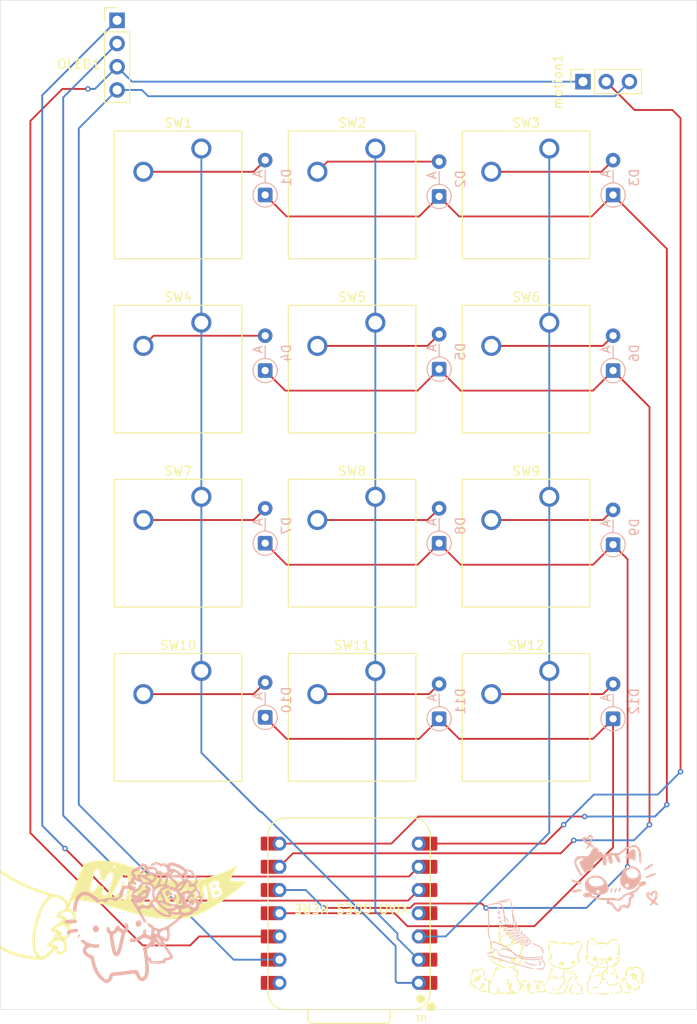
<source format=kicad_pcb>
(kicad_pcb (version 20241229) (generator "pcbnew") (generator_version "9.0")
  (layers (0 "F.Cu" signal) (2 "B.Cu" signal) (13 "F.Paste" user) (15 "B.Paste" user) (5 "F.SilkS" user "F.Silkscreen") (7 "B.SilkS" user "B.Silkscreen") (1 "F.Mask" user) (3 "B.Mask" user) (25 "Edge.Cuts" user))
  (net 0 "")
  (net 1 "Net-(D1-A)")
  (net 2 "column 0")
  (net 3 "column 1")
  (net 4 "Net-(D2-A)")
  (net 5 "column 2")
  (net 6 "Net-(D3-A)")
  (net 7 "Net-(D4-A)")
  (net 8 "Net-(D5-A)")
  (net 9 "Net-(D6-A)")
  (net 10 "Net-(D7-A)")
  (net 11 "Net-(D8-A)")
  (net 12 "Net-(D9-A)")
  (net 13 "Net-(D10-A)")
  (net 14 "Net-(D11-A)")
  (net 15 "Net-(D12-A)")
  (net 16 "row 2")
  (net 17 "row 3")
  (net 18 "row 1")
  (net 19 "row 0")
  (net 21 "GND")
  (net 22 "+3.3V")
  (net 23 "Net-(U1-GPIO21{slash}D6{slash}TX)")
  (net 24 "SCL")
  (net 25 "SDA")
  (footprint "Button_Switch_Keyboard:SW_Cherry_MX_1.00u_PCB" (layer "F.Cu") (at 112.0775 52.07)
    (property "Reference" "SW5" (at -2.54 -2.794 0) (layer "F.SilkS"))
    (property "Value" "SW_Push")
    (pad "" np_thru_hole circle (at -7.62 5.08) (size 1.7 1.7) (drill 1.7) (layers "*.Cu" "*.Mask"))
    (pad "" np_thru_hole circle (at -2.54 5.08) (size 4 4) (drill 4) (layers "*.Cu" "*.Mask"))
    (pad "" np_thru_hole circle (at 2.54 5.08) (size 1.7 1.7) (drill 1.7) (layers "*.Cu" "*.Mask"))
    (pad "1" thru_hole circle (at 0 0) (size 2.2 2.2) (drill 1.5) (layers "*.Cu" "*.Mask") (net 3 "column 1"))
    (pad "2" thru_hole circle (at -6.35 2.54) (size 2.2 2.2) (drill 1.5) (layers "*.Cu" "*.Mask") (net 8 "Net-(D5-A)"))
  )
  (footprint "Button_Switch_Keyboard:SW_Cherry_MX_1.00u_PCB" (layer "F.Cu") (at 131.1275 90.17)
    (property "Reference" "SW12" (at -2.54 -2.794 0) (layer "F.SilkS"))
    (property "Value" "SW_Push")
    (pad "" np_thru_hole circle (at -7.62 5.08) (size 1.7 1.7) (drill 1.7) (layers "*.Cu" "*.Mask"))
    (pad "" np_thru_hole circle (at -2.54 5.08) (size 4 4) (drill 4) (layers "*.Cu" "*.Mask"))
    (pad "" np_thru_hole circle (at 2.54 5.08) (size 1.7 1.7) (drill 1.7) (layers "*.Cu" "*.Mask"))
    (pad "1" thru_hole circle (at 0 0) (size 2.2 2.2) (drill 1.5) (layers "*.Cu" "*.Mask") (net 5 "column 2"))
    (pad "2" thru_hole circle (at -6.35 2.54) (size 2.2 2.2) (drill 1.5) (layers "*.Cu" "*.Mask") (net 15 "Net-(D12-A)"))
  )
  (footprint "Connector_PinSocket_2.54mm:PinSocket_1x03_P2.54mm_Vertical" (layer "F.Cu") (at 134.82 25.7 90)
    (property "Reference" "motion1" (at 0 -2.77 90) (layer "F.SilkS"))
    (property "Value" "Conn_01x03_Socket")
    (pad "1" thru_hole rect (at 0 0 90) (size 1.7 1.7) (drill 1) (layers "*.Cu" "*.Mask") (net 22 "+3.3V"))
    (pad "2" thru_hole circle (at 0 2.54 90) (size 1.7 1.7) (drill 1) (layers "*.Cu" "*.Mask") (net 23 "Net-(U1-GPIO21{slash}D6{slash}TX)"))
    (pad "3" thru_hole circle (at 0 5.08 90) (size 1.7 1.7) (drill 1) (layers "*.Cu" "*.Mask") (net 21 "GND"))
  )
  (footprint "Button_Switch_Keyboard:SW_Cherry_MX_1.00u_PCB" (layer "F.Cu") (at 93.0275 90.17)
    (property "Reference" "SW10" (at -2.54 -2.794 0) (layer "F.SilkS"))
    (property "Value" "SW_Push")
    (pad "" np_thru_hole circle (at -7.62 5.08) (size 1.7 1.7) (drill 1.7) (layers "*.Cu" "*.Mask"))
    (pad "" np_thru_hole circle (at -2.54 5.08) (size 4 4) (drill 4) (layers "*.Cu" "*.Mask"))
    (pad "" np_thru_hole circle (at 2.54 5.08) (size 1.7 1.7) (drill 1.7) (layers "*.Cu" "*.Mask"))
    (pad "1" thru_hole circle (at 0 0) (size 2.2 2.2) (drill 1.5) (layers "*.Cu" "*.Mask") (net 2 "column 0"))
    (pad "2" thru_hole circle (at -6.35 2.54) (size 2.2 2.2) (drill 1.5) (layers "*.Cu" "*.Mask") (net 13 "Net-(D10-A)"))
  )
  (footprint "Button_Switch_Keyboard:SW_Cherry_MX_1.00u_PCB" (layer "F.Cu") (at 131.1275 52.07)
    (property "Reference" "SW6" (at -2.54 -2.794 0) (layer "F.SilkS"))
    (property "Value" "SW_Push")
    (pad "" np_thru_hole circle (at -7.62 5.08) (size 1.7 1.7) (drill 1.7) (layers "*.Cu" "*.Mask"))
    (pad "" np_thru_hole circle (at -2.54 5.08) (size 4 4) (drill 4) (layers "*.Cu" "*.Mask"))
    (pad "" np_thru_hole circle (at 2.54 5.08) (size 1.7 1.7) (drill 1.7) (layers "*.Cu" "*.Mask"))
    (pad "1" thru_hole circle (at 0 0) (size 2.2 2.2) (drill 1.5) (layers "*.Cu" "*.Mask") (net 5 "column 2"))
    (pad "2" thru_hole circle (at -6.35 2.54) (size 2.2 2.2) (drill 1.5) (layers "*.Cu" "*.Mask") (net 9 "Net-(D6-A)"))
  )
  (footprint "LOGO" (layer "F.Cu") (at 84.5 116.3)
    (property "Reference" "G***" (hide yes))
    (property "Value" "LOGO" (hide yes))
  )
  (footprint "Button_Switch_Keyboard:SW_Cherry_MX_1.00u_PCB" (layer "F.Cu") (at 112.0775 33.02)
    (property "Reference" "SW2" (at -2.54 -2.794 0) (layer "F.SilkS"))
    (property "Value" "SW_Push")
    (pad "" np_thru_hole circle (at -7.62 5.08) (size 1.7 1.7) (drill 1.7) (layers "*.Cu" "*.Mask"))
    (pad "" np_thru_hole circle (at -2.54 5.08) (size 4 4) (drill 4) (layers "*.Cu" "*.Mask"))
    (pad "" np_thru_hole circle (at 2.54 5.08) (size 1.7 1.7) (drill 1.7) (layers "*.Cu" "*.Mask"))
    (pad "1" thru_hole circle (at 0 0) (size 2.2 2.2) (drill 1.5) (layers "*.Cu" "*.Mask") (net 3 "column 1"))
    (pad "2" thru_hole circle (at -6.35 2.54) (size 2.2 2.2) (drill 1.5) (layers "*.Cu" "*.Mask") (net 4 "Net-(D2-A)"))
  )
  (footprint "Button_Switch_Keyboard:SW_Cherry_MX_1.00u_PCB" (layer "F.Cu") (at 93.0275 52.07)
    (property "Reference" "SW4" (at -2.54 -2.794 0) (layer "F.SilkS"))
    (property "Value" "SW_Push")
    (pad "" np_thru_hole circle (at -7.62 5.08) (size 1.7 1.7) (drill 1.7) (layers "*.Cu" "*.Mask"))
    (pad "" np_thru_hole circle (at -2.54 5.08) (size 4 4) (drill 4) (layers "*.Cu" "*.Mask"))
    (pad "" np_thru_hole circle (at 2.54 5.08) (size 1.7 1.7) (drill 1.7) (layers "*.Cu" "*.Mask"))
    (pad "1" thru_hole circle (at 0 0) (size 2.2 2.2) (drill 1.5) (layers "*.Cu" "*.Mask") (net 2 "column 0"))
    (pad "2" thru_hole circle (at -6.35 2.54) (size 2.2 2.2) (drill 1.5) (layers "*.Cu" "*.Mask") (net 7 "Net-(D4-A)"))
  )
  (footprint "LOGO" (layer "F.Cu") (at 131.9 122.4)
    (property "Reference" "G***" (hide yes))
    (property "Value" "LOGO" (hide yes))
  )
  (footprint "Button_Switch_Keyboard:SW_Cherry_MX_1.00u_PCB" (layer "F.Cu") (at 131.1275 71.12)
    (property "Reference" "SW9" (at -2.54 -2.794 0) (layer "F.SilkS"))
    (property "Value" "SW_Push")
    (pad "" np_thru_hole circle (at -7.62 5.08) (size 1.7 1.7) (drill 1.7) (layers "*.Cu" "*.Mask"))
    (pad "" np_thru_hole circle (at -2.54 5.08) (size 4 4) (drill 4) (layers "*.Cu" "*.Mask"))
    (pad "" np_thru_hole circle (at 2.54 5.08) (size 1.7 1.7) (drill 1.7) (layers "*.Cu" "*.Mask"))
    (pad "1" thru_hole circle (at 0 0) (size 2.2 2.2) (drill 1.5) (layers "*.Cu" "*.Mask") (net 5 "column 2"))
    (pad "2" thru_hole circle (at -6.35 2.54) (size 2.2 2.2) (drill 1.5) (layers "*.Cu" "*.Mask") (net 12 "Net-(D9-A)"))
  )
  (footprint "Button_Switch_Keyboard:SW_Cherry_MX_1.00u_PCB" (layer "F.Cu") (at 93.0275 33.02)
    (property "Reference" "SW1" (at -2.54 -2.794 0) (layer "F.SilkS"))
    (property "Value" "SW_Push")
    (pad "" np_thru_hole circle (at -7.62 5.08) (size 1.7 1.7) (drill 1.7) (layers "*.Cu" "*.Mask"))
    (pad "" np_thru_hole circle (at -2.54 5.08) (size 4 4) (drill 4) (layers "*.Cu" "*.Mask"))
    (pad "" np_thru_hole circle (at 2.54 5.08) (size 1.7 1.7) (drill 1.7) (layers "*.Cu" "*.Mask"))
    (pad "1" thru_hole circle (at 0 0) (size 2.2 2.2) (drill 1.5) (layers "*.Cu" "*.Mask") (net 2 "column 0"))
    (pad "2" thru_hole circle (at -6.35 2.54) (size 2.2 2.2) (drill 1.5) (layers "*.Cu" "*.Mask") (net 1 "Net-(D1-A)"))
  )
  (footprint "Button_Switch_Keyboard:SW_Cherry_MX_1.00u_PCB" (layer "F.Cu") (at 93.0275 71.12)
    (property "Reference" "SW7" (at -2.54 -2.794 0) (layer "F.SilkS"))
    (property "Value" "SW_Push")
    (pad "" np_thru_hole circle (at -7.62 5.08) (size 1.7 1.7) (drill 1.7) (layers "*.Cu" "*.Mask"))
    (pad "" np_thru_hole circle (at -2.54 5.08) (size 4 4) (drill 4) (layers "*.Cu" "*.Mask"))
    (pad "" np_thru_hole circle (at 2.54 5.08) (size 1.7 1.7) (drill 1.7) (layers "*.Cu" "*.Mask"))
    (pad "1" thru_hole circle (at 0 0) (size 2.2 2.2) (drill 1.5) (layers "*.Cu" "*.Mask") (net 2 "column 0"))
    (pad "2" thru_hole circle (at -6.35 2.54) (size 2.2 2.2) (drill 1.5) (layers "*.Cu" "*.Mask") (net 10 "Net-(D7-A)"))
  )
  (footprint "Button_Switch_Keyboard:SW_Cherry_MX_1.00u_PCB" (layer "F.Cu") (at 131.1275 33.02)
    (property "Reference" "SW3" (at -2.54 -2.794 0) (layer "F.SilkS"))
    (property "Value" "SW_Push")
    (pad "" np_thru_hole circle (at -7.62 5.08) (size 1.7 1.7) (drill 1.7) (layers "*.Cu" "*.Mask"))
    (pad "" np_thru_hole circle (at -2.54 5.08) (size 4 4) (drill 4) (layers "*.Cu" "*.Mask"))
    (pad "" np_thru_hole circle (at 2.54 5.08) (size 1.7 1.7) (drill 1.7) (layers "*.Cu" "*.Mask"))
    (pad "1" thru_hole circle (at 0 0) (size 2.2 2.2) (drill 1.5) (layers "*.Cu" "*.Mask") (net 5 "column 2"))
    (pad "2" thru_hole circle (at -6.35 2.54) (size 2.2 2.2) (drill 1.5) (layers "*.Cu" "*.Mask") (net 6 "Net-(D3-A)"))
  )
  (footprint "Button_Switch_Keyboard:SW_Cherry_MX_1.00u_PCB" (layer "F.Cu") (at 112.0775 71.12)
    (property "Reference" "SW8" (at -2.54 -2.794 0) (layer "F.SilkS"))
    (property "Value" "SW_Push")
    (pad "" np_thru_hole circle (at -7.62 5.08) (size 1.7 1.7) (drill 1.7) (layers "*.Cu" "*.Mask"))
    (pad "" np_thru_hole circle (at -2.54 5.08) (size 4 4) (drill 4) (layers "*.Cu" "*.Mask"))
    (pad "" np_thru_hole circle (at 2.54 5.08) (size 1.7 1.7) (drill 1.7) (layers "*.Cu" "*.Mask"))
    (pad "1" thru_hole circle (at 0 0) (size 2.2 2.2) (drill 1.5) (layers "*.Cu" "*.Mask") (net 3 "column 1"))
    (pad "2" thru_hole circle (at -6.35 2.54) (size 2.2 2.2) (drill 1.5) (layers "*.Cu" "*.Mask") (net 11 "Net-(D8-A)"))
  )
  (footprint "Seeed Studio XIAO Series Library:XIAO-ESP32C3-DIP" (layer "F.Cu") (at 109.08 116.6815 180)
    (property "Reference" "U1" (at -8 -11.5 180) (layer "F.SilkS") (effects (font (size 0.635 0.635) (thickness 0.1016))))
    (property "Value" "XIAO-ESP32-C3-DIP")
    (pad "1" smd roundrect (at -8.575 -7.62) (size 2.432 1.524) (layers "F.Cu" "F.Mask") (roundrect_rratio 0.1) (net 2 "column 0"))
    (pad "1" thru_hole circle (at -7.74 -7.62) (size 1.524 1.524) (drill 0.889) (layers "*.Cu" "*.Mask") (net 2 "column 0"))
    (pad "2" smd roundrect (at -8.575 -5.08) (size 2.432 1.524) (layers "F.Cu" "F.Mask") (roundrect_rratio 0.1) (net 3 "column 1"))
    (pad "2" thru_hole circle (at -7.74 -5.08) (size 1.524 1.524) (drill 0.889) (layers "*.Cu" "*.Mask") (net 3 "column 1"))
    (pad "3" smd roundrect (at -8.575 -2.54) (size 2.432 1.524) (layers "F.Cu" "F.Mask") (roundrect_rratio 0.1) (net 5 "column 2"))
    (pad "3" thru_hole circle (at -7.74 -2.54) (size 1.524 1.524) (drill 0.889) (layers "*.Cu" "*.Mask") (net 5 "column 2"))
    (pad "4" smd roundrect (at -8.575 0) (size 2.432 1.524) (layers "F.Cu" "F.Mask") (roundrect_rratio 0.1))
    (pad "4" thru_hole circle (at -7.74 0) (size 1.524 1.524) (drill 0.889) (layers "*.Cu" "*.Mask"))
    (pad "5" smd roundrect (at -8.575 2.54) (size 2.432 1.524) (layers "F.Cu" "F.Mask") (roundrect_rratio 0.1) (net 25 "SDA"))
    (pad "5" thru_hole circle (at -7.74 2.54) (size 1.524 1.524) (drill 0.889) (layers "*.Cu" "*.Mask") (net 25 "SDA"))
    (pad "6" smd roundrect (at -8.575 5.08) (size 2.432 1.524) (layers "F.Cu" "F.Mask") (roundrect_rratio 0.1) (net 24 "SCL"))
    (pad "6" thru_hole circle (at -7.74 5.08) (size 1.524 1.524) (drill 0.889) (layers "*.Cu" "*.Mask") (net 24 "SCL"))
    (pad "7" smd roundrect (at -8.575 7.62) (size 2.432 1.524) (layers "F.Cu" "F.Mask") (roundrect_rratio 0.1) (net 23 "Net-(U1-GPIO21{slash}D6{slash}TX)"))
    (pad "7" thru_hole circle (at -7.74 7.62) (size 1.524 1.524) (drill 0.889) (layers "*.Cu" "*.Mask") (net 23 "Net-(U1-GPIO21{slash}D6{slash}TX)"))
    (pad "8" thru_hole circle (at 7.5 7.62 180) (size 1.524 1.524) (drill 0.889) (layers "*.Cu" "*.Mask") (net 19 "row 0"))
    (pad "8" smd roundrect (at 8.335 7.62 180) (size 2.432 1.524) (layers "F.Cu" "F.Mask") (roundrect_rratio 0.1) (net 19 "row 0"))
    (pad "9" thru_hole circle (at 7.5 5.08 180) (size 1.524 1.524) (drill 0.889) (layers "*.Cu" "*.Mask") (net 18 "row 1"))
    (pad "9" smd roundrect (at 8.335 5.08 180) (size 2.432 1.524) (layers "F.Cu" "F.Mask") (roundrect_rratio 0.1) (net 18 "row 1"))
    (pad "10" thru_hole circle (at 7.5 2.54 180) (size 1.524 1.524) (drill 0.889) (layers "*.Cu" "*.Mask") (net 16 "row 2"))
    (pad "10" smd roundrect (at 8.335 2.54 180) (size 2.432 1.524) (layers "F.Cu" "F.Mask") (roundrect_rratio 0.1) (net 16 "row 2"))
    (pad "11" thru_hole circle (at 7.5 0 180) (size 1.524 1.524) (drill 0.889) (layers "*.Cu" "*.Mask") (net 17 "row 3"))
    (pad "11" smd roundrect (at 8.335 0 180) (size 2.432 1.524) (layers "F.Cu" "F.Mask") (roundrect_rratio 0.1) (net 17 "row 3"))
    (pad "12" thru_hole circle (at 7.5 -2.54 180) (size 1.524 1.524) (drill 0.889) (layers "*.Cu" "*.Mask") (net 22 "+3.3V"))
    (pad "12" smd roundrect (at 8.335 -2.54 180) (size 2.432 1.524) (layers "F.Cu" "F.Mask") (roundrect_rratio 0.1) (net 22 "+3.3V"))
    (pad "13" thru_hole circle (at 7.5 -5.08 180) (size 1.524 1.524) (drill 0.889) (layers "*.Cu" "*.Mask") (net 21 "GND"))
    (pad "13" smd roundrect (at 8.335 -5.08 180) (size 2.432 1.524) (layers "F.Cu" "F.Mask") (roundrect_rratio 0.1) (net 21 "GND"))
    (pad "14" thru_hole circle (at 7.5 -7.62 180) (size 1.524 1.524) (drill 0.889) (layers "*.Cu" "*.Mask"))
    (pad "14" smd roundrect (at 8.335 -7.62 180) (size 2.432 1.524) (layers "F.Cu" "F.Mask") (roundrect_rratio 0.1))
  )
  (footprint "Button_Switch_Keyboard:SW_Cherry_MX_1.00u_PCB" (layer "F.Cu") (at 112.0775 90.17)
    (property "Reference" "SW11" (at -2.54 -2.794 0) (layer "F.SilkS"))
    (property "Value" "SW_Push")
    (pad "" np_thru_hole circle (at -7.62 5.08) (size 1.7 1.7) (drill 1.7) (layers "*.Cu" "*.Mask"))
    (pad "" np_thru_hole circle (at -2.54 5.08) (size 4 4) (drill 4) (layers "*.Cu" "*.Mask"))
    (pad "" np_thru_hole circle (at 2.54 5.08) (size 1.7 1.7) (drill 1.7) (layers "*.Cu" "*.Mask"))
    (pad "1" thru_hole circle (at 0 0) (size 2.2 2.2) (drill 1.5) (layers "*.Cu" "*.Mask") (net 3 "column 1"))
    (pad "2" thru_hole circle (at -6.35 2.54) (size 2.2 2.2) (drill 1.5) (layers "*.Cu" "*.Mask") (net 14 "Net-(D11-A)"))
  )
  (footprint "Connector_PinHeader_2.54mm:PinHeader_1x04_P2.54mm_Vertical" (layer "F.Cu") (at 83.8 18.99)
    (property "Reference" "OLED1" (at -4.2 4.81 0) (layer "F.SilkS"))
    (property "Value" "Conn_01x04_Pin")
    (pad "1" thru_hole rect (at 0 0) (size 1.7 1.7) (drill 1) (layers "*.Cu" "*.Mask") (net 25 "SDA"))
    (pad "2" thru_hole circle (at 0 2.54) (size 1.7 1.7) (drill 1) (layers "*.Cu" "*.Mask") (net 24 "SCL"))
    (pad "3" thru_hole circle (at 0 5.08) (size 1.7 1.7) (drill 1) (layers "*.Cu" "*.Mask") (net 22 "+3.3V"))
    (pad "4" thru_hole circle (at 0 7.62) (size 1.7 1.7) (drill 1) (layers "*.Cu" "*.Mask") (net 21 "GND"))
  )
  (footprint "Diode_THT:D_DO-35_SOD27_P3.81mm_Vertical_AnodeUp" (layer "B.Cu") (at 119.0625 76.2 90)
    (property "Reference" "D8" (at 1.905 2.326371 270) (layer "B.SilkS") (effects (justify mirror)))
    (property "Value" "D_Small")
    (fp_text user "A" (at 2.31 -0.8 270) (layer "B.SilkS") (effects (justify mirror)))
    (pad "1" thru_hole roundrect (at 0 0 90) (size 1.6 1.6) (drill 0.8) (layers "*.Cu" "*.Mask") (roundrect_rratio 0.15625) (net 16 "row 2"))
    (pad "2" thru_hole circle (at 3.81 0 90) (size 1.6 1.6) (drill 0.8) (layers "*.Cu" "*.Mask") (net 11 "Net-(D8-A)"))
  )
  (footprint "LOGO" (layer "B.Cu") (at 138.5 112.5 180)
    (property "Reference" "G***" (hide yes))
    (property "Value" "LOGO" (hide yes))
  )
  (footprint "Diode_THT:D_DO-35_SOD27_P3.81mm_Vertical_AnodeUp" (layer "B.Cu") (at 138.1125 38.1 90)
    (property "Reference" "D3" (at 1.905 2.326371 270) (layer "B.SilkS") (effects (justify mirror)))
    (property "Value" "D_Small")
    (fp_text user "A" (at 2.31 -0.8 270) (layer "B.SilkS") (effects (justify mirror)))
    (pad "1" thru_hole roundrect (at 0 0 90) (size 1.6 1.6) (drill 0.8) (layers "*.Cu" "*.Mask") (roundrect_rratio 0.15625) (net 19 "row 0"))
    (pad "2" thru_hole circle (at 3.81 0 90) (size 1.6 1.6) (drill 0.8) (layers "*.Cu" "*.Mask") (net 6 "Net-(D3-A)"))
  )
  (footprint "Diode_THT:D_DO-35_SOD27_P3.81mm_Vertical_AnodeUp" (layer "B.Cu") (at 100.0125 38.1 90)
    (property "Reference" "D1" (at 1.905 2.326371 270) (layer "B.SilkS") (effects (justify mirror)))
    (property "Value" "D_Small")
    (fp_text user "A" (at 2.31 -0.8 270) (layer "B.SilkS") (effects (justify mirror)))
    (pad "1" thru_hole roundrect (at 0 0 90) (size 1.6 1.6) (drill 0.8) (layers "*.Cu" "*.Mask") (roundrect_rratio 0.15625) (net 19 "row 0"))
    (pad "2" thru_hole circle (at 3.81 0 90) (size 1.6 1.6) (drill 0.8) (layers "*.Cu" "*.Mask") (net 1 "Net-(D1-A)"))
  )
  (footprint "Diode_THT:D_DO-35_SOD27_P3.81mm_Vertical_AnodeUp" (layer "B.Cu") (at 138.1125 57.30875 90)
    (property "Reference" "D6" (at 1.905 2.326371 270) (layer "B.SilkS") (effects (justify mirror)))
    (property "Value" "D_Small")
    (fp_text user "A" (at 2.31 -0.8 270) (layer "B.SilkS") (effects (justify mirror)))
    (pad "1" thru_hole roundrect (at 0 0 90) (size 1.6 1.6) (drill 0.8) (layers "*.Cu" "*.Mask") (roundrect_rratio 0.15625) (net 18 "row 1"))
    (pad "2" thru_hole circle (at 3.81 0 90) (size 1.6 1.6) (drill 0.8) (layers "*.Cu" "*.Mask") (net 9 "Net-(D6-A)"))
  )
  (footprint "Diode_THT:D_DO-35_SOD27_P3.81mm_Vertical_AnodeUp" (layer "B.Cu") (at 100.0125 57.30875 90)
    (property "Reference" "D4" (at 1.905 2.326371 270) (layer "B.SilkS") (effects (justify mirror)))
    (property "Value" "D_Small")
    (fp_text user "A" (at 2.31 -0.8 270) (layer "B.SilkS") (effects (justify mirror)))
    (pad "1" thru_hole roundrect (at 0 0 90) (size 1.6 1.6) (drill 0.8) (layers "*.Cu" "*.Mask") (roundrect_rratio 0.15625) (net 18 "row 1"))
    (pad "2" thru_hole circle (at 3.81 0 90) (size 1.6 1.6) (drill 0.8) (layers "*.Cu" "*.Mask") (net 7 "Net-(D4-A)"))
  )
  (footprint "LOGO" (layer "B.Cu") (at 127.5 119 180)
    (property "Reference" "G***" (hide yes))
    (property "Value" "LOGO" (hide yes))
  )
  (footprint "Diode_THT:D_DO-35_SOD27_P3.81mm_Vertical_AnodeUp" (layer "B.Cu") (at 119.0625 38.25875 90)
    (property "Reference" "D2" (at 1.905 2.326371 270) (layer "B.SilkS") (effects (justify mirror)))
    (property "Value" "D_Small")
    (fp_text user "A" (at 2.31 -0.8 270) (layer "B.SilkS") (effects (justify mirror)))
    (pad "1" thru_hole roundrect (at 0 0 90) (size 1.6 1.6) (drill 0.8) (layers "*.Cu" "*.Mask") (roundrect_rratio 0.15625) (net 19 "row 0"))
    (pad "2" thru_hole circle (at 3.81 0 90) (size 1.6 1.6) (drill 0.8) (layers "*.Cu" "*.Mask") (net 4 "Net-(D2-A)"))
  )
  (footprint "LOGO" (layer "B.Cu") (at 85.29983 116.668751 180)
    (property "Reference" "G***" (hide yes))
    (property "Value" "LOGO" (hide yes))
  )
  (footprint "Diode_THT:D_DO-35_SOD27_P3.81mm_Vertical_AnodeUp" (layer "B.Cu") (at 100.0125 76.2 90)
    (property "Reference" "D7" (at 1.905 2.326371 270) (layer "B.SilkS") (effects (justify mirror)))
    (property "Value" "D_Small")
    (fp_text user "A" (at 2.31 -0.8 270) (layer "B.SilkS") (effects (justify mirror)))
    (pad "1" thru_hole roundrect (at 0 0 90) (size 1.6 1.6) (drill 0.8) (layers "*.Cu" "*.Mask") (roundrect_rratio 0.15625) (net 16 "row 2"))
    (pad "2" thru_hole circle (at 3.81 0 90) (size 1.6 1.6) (drill 0.8) (layers "*.Cu" "*.Mask") (net 10 "Net-(D7-A)"))
  )
  (footprint "Diode_THT:D_DO-35_SOD27_P3.81mm_Vertical_AnodeUp" (layer "B.Cu") (at 100.0125 95.25 90)
    (property "Reference" "D10" (at 1.905 2.326371 270) (layer "B.SilkS") (effects (justify mirror)))
    (property "Value" "D_Small")
    (fp_text user "A" (at 2.31 -0.8 270) (layer "B.SilkS") (effects (justify mirror)))
    (pad "1" thru_hole roundrect (at 0 0 90) (size 1.6 1.6) (drill 0.8) (layers "*.Cu" "*.Mask") (roundrect_rratio 0.15625) (net 17 "row 3"))
    (pad "2" thru_hole circle (at 3.81 0 90) (size 1.6 1.6) (drill 0.8) (layers "*.Cu" "*.Mask") (net 13 "Net-(D10-A)"))
  )
  (footprint "Diode_THT:D_DO-35_SOD27_P3.81mm_Vertical_AnodeUp" (layer "B.Cu") (at 138.1125 95.40875 90)
    (property "Reference" "D12" (at 1.905 2.326371 270) (layer "B.SilkS") (effects (justify mirror)))
    (property "Value" "D_Small")
    (fp_text user "A" (at 2.31 -0.8 270) (layer "B.SilkS") (effects (justify mirror)))
    (pad "1" thru_hole roundrect (at 0 0 90) (size 1.6 1.6) (drill 0.8) (layers "*.Cu" "*.Mask") (roundrect_rratio 0.15625) (net 17 "row 3"))
    (pad "2" thru_hole circle (at 3.81 0 90) (size 1.6 1.6) (drill 0.8) (layers "*.Cu" "*.Mask") (net 15 "Net-(D12-A)"))
  )
  (footprint "Diode_THT:D_DO-35_SOD27_P3.81mm_Vertical_AnodeUp" (layer "B.Cu") (at 119.0625 57.15 90)
    (property "Reference" "D5" (at 1.905 2.326371 270) (layer "B.SilkS") (effects (justify mirror)))
    (property "Value" "D_Small")
    (fp_text user "A" (at 2.31 -0.8 270) (layer "B.SilkS") (effects (justify mirror)))
    (pad "1" thru_hole roundrect (at 0 0 90) (size 1.6 1.6) (drill 0.8) (layers "*.Cu" "*.Mask") (roundrect_rratio 0.15625) (net 18 "row 1"))
    (pad "2" thru_hole circle (at 3.81 0 90) (size 1.6 1.6) (drill 0.8) (layers "*.Cu" "*.Mask") (net 8 "Net-(D5-A)"))
  )
  (footprint "Diode_THT:D_DO-35_SOD27_P3.81mm_Vertical_AnodeUp" (layer "B.Cu") (at 119.0625 95.40875 90)
    (property "Reference" "D11" (at 1.905 2.326371 270) (layer "B.SilkS") (effects (justify mirror)))
    (property "Value" "D_Small")
    (fp_text user "A" (at 2.31 -0.8 270) (layer "B.SilkS") (effects (justify mirror)))
    (pad "1" thru_hole roundrect (at 0 0 90) (size 1.6 1.6) (drill 0.8) (layers "*.Cu" "*.Mask") (roundrect_rratio 0.15625) (net 17 "row 3"))
    (pad "2" thru_hole circle (at 3.81 0 90) (size 1.6 1.6) (drill 0.8) (layers "*.Cu" "*.Mask") (net 14 "Net-(D11-A)"))
  )
  (footprint "Diode_THT:D_DO-35_SOD27_P3.81mm_Vertical_AnodeUp" (layer "B.Cu") (at 138.1125 76.35875 90)
    (property "Reference" "D9" (at 1.905 2.326371 270) (layer "B.SilkS") (effects (justify mirror)))
    (property "Value" "D_Small")
    (fp_text user "A" (at 2.31 -0.8 270) (layer "B.SilkS") (effects (justify mirror)))
    (pad "1" thru_hole roundrect (at 0 0 90) (size 1.6 1.6) (drill 0.8) (layers "*.Cu" "*.Mask") (roundrect_rratio 0.15625) (net 16 "row 2"))
    (pad "2" thru_hole circle (at 3.81 0 90) (size 1.6 1.6) (drill 0.8) (layers "*.Cu" "*.Mask") (net 12 "Net-(D9-A)"))
  )
  (gr_rect (start 71 16.79375) (end 147.28625 127.20625) (stroke (width 0.05)) (fill no) (layer "Edge.Cuts"))
  (gr_text "XIAO GOES HERE" (at 115.9 115.57 180) (layer "F.SilkS") (effects (font (size 1 1)) (justify left bottom)))
  (segment (start 86.6775 35.56) (end 98.7425 35.56) (width 0.2) (layer "F.Cu") (net 1))
  (segment (start 98.7425 35.56) (end 100.0125 34.29) (width 0.2) (layer "F.Cu") (net 1))
  (segment (start 93.0275 90.17) (end 93.0275 99.1275) (width 0.2) (layer "B.Cu") (net 2))
  (segment (start 99.62181 105.6) (end 114.3 120.27819) (width 0.2) (layer "B.Cu") (net 2))
  (segment (start 93.0275 52.07) (end 93.0275 71.12) (width 0.2) (layer "B.Cu") (net 2))
  (segment (start 93.0275 99.1275) (end 99.5 105.6) (width 0.2) (layer "B.Cu") (net 2))
  (segment (start 93.0275 33.02) (end 93.0275 52.07) (width 0.2) (layer "B.Cu") (net 2))
  (segment (start 114.3 124.1) (end 114.5015 124.3015) (width 0.2) (layer "B.Cu") (net 2))
  (segment (start 99.5 105.6) (end 99.62181 105.6) (width 0.2) (layer "B.Cu") (net 2))
  (segment (start 93.0275 71.12) (end 93.0275 90.17) (width 0.2) (layer "B.Cu") (net 2))
  (segment (start 114.5015 124.3015) (end 116.82 124.3015) (width 0.2) (layer "B.Cu") (net 2))
  (segment (start 114.3 120.27819) (end 114.3 124.1) (width 0.2) (layer "B.Cu") (net 2))
  (segment (start 112.0775 116.4775) (end 114.5 118.9) (width 0.2) (layer "B.Cu") (net 3))
  (segment (start 112.0775 90.17) (end 112.0775 116.4775) (width 0.2) (layer "B.Cu") (net 3))
  (segment (start 112.0775 52.07) (end 112.0775 71.12) (width 0.2) (layer "B.Cu") (net 3))
  (segment (start 112.0775 71.12) (end 112.0775 90.17) (width 0.2) (layer "B.Cu") (net 3))
  (segment (start 114.5 118.9) (end 114.5 119.4415) (width 0.2) (layer "B.Cu") (net 3))
  (segment (start 114.5 119.4415) (end 116.82 121.7615) (width 0.2) (layer "B.Cu") (net 3))
  (segment (start 112.0775 33.02) (end 112.0775 52.07) (width 0.2) (layer "B.Cu") (net 3))
  (segment (start 106.83875 34.44875) (end 119.0625 34.44875) (width 0.2) (layer "F.Cu") (net 4))
  (segment (start 105.7275 35.56) (end 106.83875 34.44875) (width 0.2) (layer "F.Cu") (net 4))
  (segment (start 131.1275 90.17) (end 131.1275 107.8725) (width 0.2) (layer "B.Cu") (net 5))
  (segment (start 131.1275 107.8725) (end 119.7785 119.2215) (width 0.2) (layer "B.Cu") (net 5))
  (segment (start 131.1275 52.07) (end 131.1275 71.12) (width 0.2) (layer "B.Cu") (net 5))
  (segment (start 131.1275 33.02) (end 131.1275 52.07) (width 0.2) (layer "B.Cu") (net 5))
  (segment (start 119.7785 119.2215) (end 116.82 119.2215) (width 0.2) (layer "B.Cu") (net 5))
  (segment (start 131.1275 71.12) (end 131.1275 90.17) (width 0.2) (layer "B.Cu") (net 5))
  (segment (start 136.8425 35.56) (end 138.1125 34.29) (width 0.2) (layer "F.Cu") (net 6))
  (segment (start 124.7775 35.56) (end 136.8425 35.56) (width 0.2) (layer "F.Cu") (net 6))
  (segment (start 87.78875 53.49875) (end 100.0125 53.49875) (width 0.2) (layer "F.Cu") (net 7))
  (segment (start 86.6775 54.61) (end 87.78875 53.49875) (width 0.2) (layer "F.Cu") (net 7))
  (segment (start 105.7275 54.61) (end 117.7925 54.61) (width 0.2) (layer "F.Cu") (net 8))
  (segment (start 117.7925 54.61) (end 119.0625 53.34) (width 0.2) (layer "F.Cu") (net 8))
  (segment (start 137.00125 54.61) (end 138.1125 53.49875) (width 0.2) (layer "F.Cu") (net 9))
  (segment (start 124.7775 54.61) (end 137.00125 54.61) (width 0.2) (layer "F.Cu") (net 9))
  (segment (start 86.6775 73.66) (end 98.7425 73.66) (width 0.2) (layer "F.Cu") (net 10))
  (segment (start 98.7425 73.66) (end 100.0125 72.39) (width 0.2) (layer "F.Cu") (net 10))
  (segment (start 119.0625 72.39) (end 117.7925 73.66) (width 0.2) (layer "F.Cu") (net 11))
  (segment (start 117.7925 73.66) (end 105.7275 73.66) (width 0.2) (layer "F.Cu") (net 11))
  (segment (start 124.7775 73.66) (end 137.00125 73.66) (width 0.2) (layer "F.Cu") (net 12))
  (segment (start 137.00125 73.66) (end 138.1125 72.54875) (width 0.2) (layer "F.Cu") (net 12))
  (segment (start 86.6775 92.71) (end 98.7425 92.71) (width 0.2) (layer "F.Cu") (net 13))
  (segment (start 98.7425 92.71) (end 100.0125 91.44) (width 0.2) (layer "F.Cu") (net 13))
  (segment (start 117.95125 92.71) (end 119.0625 91.59875) (width 0.2) (layer "F.Cu") (net 14))
  (segment (start 105.7275 92.71) (end 117.95125 92.71) (width 0.2) (layer "F.Cu") (net 14))
  (segment (start 137.00125 92.71) (end 138.1125 91.59875) (width 0.2) (layer "F.Cu") (net 15))
  (segment (start 124.7775 92.71) (end 137.00125 92.71) (width 0.2) (layer "F.Cu") (net 15))
  (segment (start 116.37969 115.6185) (end 115.89819 116.1) (width 0.2) (layer "F.Cu") (net 16))
  (segment (start 115.89819 116.1) (end 106.4 116.1) (width 0.2) (layer "F.Cu") (net 16))
  (segment (start 138.1125 76.35875) (end 139.7 77.94625) (width 0.2) (layer "F.Cu") (net 16))
  (segment (start 139.7 111.6) (end 139.7 111.7) (width 0.2) (layer "F.Cu") (net 16))
  (segment (start 139.7 77.94625) (end 139.7 111.6) (width 0.2) (layer "F.Cu") (net 16))
  (segment (start 100.0125 76.2) (end 102.3635 78.551) (width 0.2) (layer "F.Cu") (net 16))
  (segment (start 135.92025 78.551) (end 121.4135 78.551) (width 0.2) (layer "F.Cu") (net 16))
  (segment (start 124.2 116.1) (end 123.7185 115.6185) (width 0.2) (layer "F.Cu") (net 16))
  (segment (start 138.1125 76.35875) (end 135.92025 78.551) (width 0.2) (layer "F.Cu") (net 16))
  (segment (start 121.4135 78.551) (end 119.0625 76.2) (width 0.2) (layer "F.Cu") (net 16))
  (segment (start 116.7115 78.551) (end 119.0625 76.2) (width 0.2) (layer "F.Cu") (net 16))
  (segment (start 123.7185 115.6185) (end 116.37969 115.6185) (width 0.2) (layer "F.Cu") (net 16))
  (segment (start 106.4 116.1) (end 106.4 116.0815) (width 0.2) (layer "F.Cu") (net 16))
  (segment (start 102.3635 78.551) (end 116.7115 78.551) (width 0.2) (layer "F.Cu") (net 16))
  (via (at 106.4 116.0815) (size 0.6) (drill 0.3) (layers "F.Cu" "B.Cu") (net 16))
  (via (at 124.2 116.1) (size 0.6) (drill 0.3) (layers "F.Cu" "B.Cu") (net 16))
  (via (at 139.7 111.6) (size 0.6) (drill 0.3) (layers "F.Cu" "B.Cu") (net 16))
  (segment (start 104.46 114.1415) (end 101.58 114.1415) (width 0.2) (layer "B.Cu") (net 16))
  (segment (start 135.2 116.1) (end 124.2 116.1) (width 0.2) (layer "B.Cu") (net 16))
  (segment (start 139.7 111.6) (end 135.2 116.1) (width 0.2) (layer "B.Cu") (net 16))
  (segment (start 106.4 116.0815) (end 104.46 114.1415) (width 0.2) (layer "B.Cu") (net 16))
  (segment (start 121.25475 97.601) (end 135.92025 97.601) (width 0.2) (layer "F.Cu") (net 17))
  (segment (start 102.3635 97.601) (end 116.87025 97.601) (width 0.2) (layer "F.Cu") (net 17))
  (segment (start 129.5 118.1) (end 115.6 118.1) (width 0.2) (layer "F.Cu") (net 17))
  (segment (start 114.1815 116.6815) (end 101.58 116.6815) (width 0.2) (layer "F.Cu") (net 17))
  (segment (start 116.87025 97.601) (end 119.0625 95.40875) (width 0.2) (layer "F.Cu") (net 17))
  (segment (start 138.1125 109.4875) (end 129.5 118.1) (width 0.2) (layer "F.Cu") (net 17))
  (segment (start 119.0625 95.40875) (end 121.25475 97.601) (width 0.2) (layer "F.Cu") (net 17))
  (segment (start 115.6 118.1) (end 114.1815 116.6815) (width 0.2) (layer "F.Cu") (net 17))
  (segment (start 100.0125 95.25) (end 102.3635 97.601) (width 0.2) (layer "F.Cu") (net 17))
  (segment (start 135.92025 97.601) (end 138.1125 95.40875) (width 0.2) (layer "F.Cu") (net 17))
  (segment (start 138.1125 95.40875) (end 138.1125 109.4875) (width 0.2) (layer "F.Cu") (net 17))
  (segment (start 102.20475 59.501) (end 116.7115 59.501) (width 0.2) (layer "F.Cu") (net 18))
  (segment (start 119.0625 57.15) (end 121.4135 59.501) (width 0.2) (layer "F.Cu") (net 18))
  (segment (start 121.4135 59.501) (end 135.92025 59.501) (width 0.2) (layer "F.Cu") (net 18))
  (segment (start 132.3755 110.1245) (end 103.057 110.1245) (width 0.2) (layer "F.Cu") (net 18))
  (segment (start 100.0125 57.30875) (end 102.20475 59.501) (width 0.2) (layer "F.Cu") (net 18))
  (segment (start 103.057 110.1245) (end 101.58 111.6015) (width 0.2) (layer "F.Cu") (net 18))
  (segment (start 135.92025 59.501) (end 138.1125 57.30875) (width 0.2) (layer "F.Cu") (net 18))
  (segment (start 116.7115 59.501) (end 119.0625 57.15) (width 0.2) (layer "F.Cu") (net 18))
  (segment (start 138.1125 57.30875) (end 142.1 61.29625) (width 0.2) (layer "F.Cu") (net 18))
  (segment (start 133.8 108.7) (end 132.3755 110.1245) (width 0.2) (layer "F.Cu") (net 18))
  (segment (start 142.1 61.29625) (end 142.1 107) (width 0.2) (layer "F.Cu") (net 18))
  (via (at 133.8 108.7) (size 0.6) (drill 0.3) (layers "F.Cu" "B.Cu") (net 18))
  (via (at 142.1 107) (size 0.6) (drill 0.3) (layers "F.Cu" "B.Cu") (net 18))
  (segment (start 142.1 107) (end 140.4 108.7) (width 0.2) (layer "B.Cu") (net 18))
  (segment (start 140.4 108.7) (end 133.8 108.7) (width 0.2) (layer "B.Cu") (net 18))
  (segment (start 113.8385 109.0615) (end 101.58 109.0615) (width 0.2) (layer "F.Cu") (net 19))
  (segment (start 116.8 106.1) (end 113.8385 109.0615) (width 0.2) (layer "F.Cu") (net 19))
  (segment (start 121.25475 40.451) (end 135.7615 40.451) (width 0.2) (layer "F.Cu") (net 19))
  (segment (start 119.0625 38.25875) (end 121.25475 40.451) (width 0.2) (layer "F.Cu") (net 19))
  (segment (start 102.3635 40.451) (end 116.87025 40.451) (width 0.2) (layer "F.Cu") (net 19))
  (segment (start 116.87025 40.451) (end 119.0625 38.25875) (width 0.2) (layer "F.Cu") (net 19))
  (segment (start 135.7615 40.451) (end 138.1125 38.1) (width 0.2) (layer "F.Cu") (net 19))
  (segment (start 138.1125 38.1) (end 144 43.9875) (width 0.2) (layer "F.Cu") (net 19))
  (segment (start 135 106.1) (end 116.8 106.1) (width 0.2) (layer "F.Cu") (net 19))
  (segment (start 100.0125 38.1) (end 102.3635 40.451) (width 0.2) (layer "F.Cu") (net 19))
  (segment (start 144 43.9875) (end 144 104.8) (width 0.2) (layer "F.Cu") (net 19))
  (via (at 135 106.1) (size 0.6) (drill 0.3) (layers "F.Cu" "B.Cu") (net 19))
  (via (at 144 104.8) (size 0.6) (drill 0.3) (layers "F.Cu" "B.Cu") (net 19))
  (segment (start 142.7 106.1) (end 135 106.1) (width 0.2) (layer "B.Cu") (net 19))
  (segment (start 144 104.8) (end 142.7 106.1) (width 0.2) (layer "B.Cu") (net 19))
  (segment (start 87.2 27.3) (end 86.51 26.61) (width 0.2) (layer "B.Cu") (net 21))
  (segment (start 79.6 30.81) (end 79.6 104.8) (width 0.2) (layer "B.Cu") (net 21))
  (segment (start 138.3 27.3) (end 87.2 27.3) (width 0.2) (layer "B.Cu") (net 21))
  (segment (start 83.8 26.61) (end 79.6 30.81) (width 0.2) (layer "B.Cu") (net 21))
  (segment (start 139.9 25.7) (end 138.3 27.3) (width 0.2) (layer "B.Cu") (net 21))
  (segment (start 79.6 104.8) (end 96.5615 121.7615) (width 0.2) (layer "B.Cu") (net 21))
  (segment (start 86.51 26.61) (end 83.8 26.61) (width 0.2) (layer "B.Cu") (net 21))
  (segment (start 96.5615 121.7615) (end 101.58 121.7615) (width 0.2) (layer "B.Cu") (net 21))
  (segment (start 92.7785 119.2215) (end 101.58 119.2215) (width 0.2) (layer "F.Cu") (net 22))
  (segment (start 91.8 120.2) (end 92.7785 119.2215) (width 0.2) (layer "F.Cu") (net 22))
  (segment (start 77.8 26.5) (end 74.3 30) (width 0.2) (layer "F.Cu") (net 22))
  (segment (start 74.3 107.9) (end 86.6 120.2) (width 0.2) (layer "F.Cu") (net 22))
  (segment (start 74.3 30) (end 74.3 107.9) (width 0.2) (layer "F.Cu") (net 22))
  (segment (start 86.6 120.2) (end 91.8 120.2) (width 0.2) (layer "F.Cu") (net 22))
  (segment (start 80.6 26.5) (end 77.8 26.5) (width 0.2) (layer "F.Cu") (net 22))
  (via (at 80.6 26.5) (size 0.6) (drill 0.3) (layers "F.Cu" "B.Cu") (net 22))
  (segment (start 83.8 24.07) (end 81.37 26.5) (width 0.2) (layer "B.Cu") (net 22))
  (segment (start 85.43 25.7) (end 134.82 25.7) (width 0.2) (layer "B.Cu") (net 22))
  (segment (start 81.37 26.5) (end 80.6 26.5) (width 0.2) (layer "B.Cu") (net 22))
  (segment (start 83.8 24.07) (end 85.43 25.7) (width 0.2) (layer "B.Cu") (net 22))
  (segment (start 130.6385 109.0615) (end 116.82 109.0615) (width 0.2) (layer "F.Cu") (net 23))
  (segment (start 132.7 107) (end 130.6385 109.0615) (width 0.2) (layer "F.Cu") (net 23))
  (segment (start 145.5 29.7) (end 145.5 101.2) (width 0.2) (layer "F.Cu") (net 23))
  (segment (start 137.36 25.7) (end 140.46 28.8) (width 0.2) (layer "F.Cu") (net 23))
  (segment (start 140.46 28.8) (end 144.6 28.8) (width 0.2) (layer "F.Cu") (net 23))
  (segment (start 144.6 28.8) (end 145.5 29.7) (width 0.2) (layer "F.Cu") (net 23))
  (via (at 132.7 107) (size 0.6) (drill 0.3) (layers "F.Cu" "B.Cu") (net 23))
  (via (at 145.5 101.2) (size 0.6) (drill 0.3) (layers "F.Cu" "B.Cu") (net 23))
  (segment (start 136 103.7) (end 132.7 107) (width 0.2) (layer "B.Cu") (net 23))
  (segment (start 143 103.7) (end 136 103.7) (width 0.2) (layer "B.Cu") (net 23))
  (segment (start 145.5 101.2) (end 143 103.7) (width 0.2) (layer "B.Cu") (net 23))
  (segment (start 84.5645 112.6645) (end 115.757 112.6645) (width 0.2) (layer "F.Cu") (net 24))
  (segment (start 83.5 111.6) (end 84.5645 112.6645) (width 0.2) (layer "F.Cu") (net 24))
  (segment (start 115.757 112.6645) (end 116.82 111.6015) (width 0.2) (layer "F.Cu") (net 24))
  (via (at 83.5 111.6) (size 0.6) (drill 0.3) (layers "F.Cu" "B.Cu") (net 24))
  (segment (start 83.8 21.53) (end 77.9 27.43) (width 0.2) (layer "B.Cu") (net 24))
  (segment (start 77.9 27.43) (end 77.9 106) (width 0.2) (layer "B.Cu") (net 24))
  (segment (start 77.9 106) (end 83.5 111.6) (width 0.2) (layer "B.Cu") (net 24))
  (segment (start 115.6615 115.3) (end 116.82 114.1415) (width 0.2) (layer "F.Cu") (net 25))
  (segment (start 78.1 109.6) (end 83.8 115.3) (width 0.2) (layer "F.Cu") (net 25))
  (segment (start 83.8 115.3) (end 115.6615 115.3) (width 0.2) (layer "F.Cu") (net 25))
  (via (at 78.1 109.6) (size 0.6) (drill 0.3) (layers "F.Cu" "B.Cu") (net 25))
  (segment (start 75.6 107.1) (end 78.1 109.6) (width 0.2) (layer "B.Cu") (net 25))
  (segment (start 83.8 18.99) (end 75.6 27.19) (width 0.2) (layer "B.Cu") (net 25))
  (segment (start 75.6 27.19) (end 75.6 107.1) (width 0.2) (layer "B.Cu") (net 25))
)
</source>
